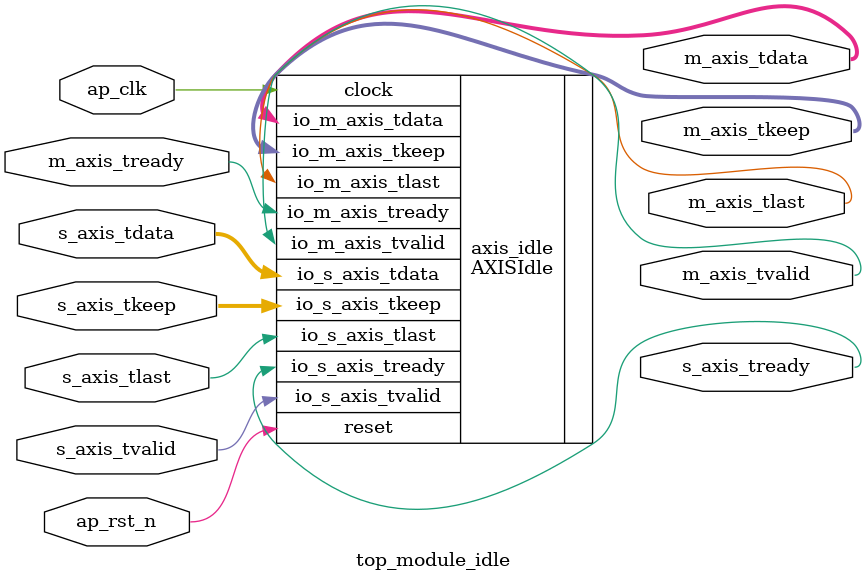
<source format=sv>
`timescale 1ps / 1ps

module top_module_idle (
    input           ap_clk,
    input           ap_rst_n,
    input           s_axis_tvalid,
    output          s_axis_tready,
    input [511:0]   s_axis_tdata,
    input [63:0]    s_axis_tkeep,
    input           s_axis_tlast,
    output          m_axis_tvalid,
    input           m_axis_tready,
    output [511:0]  m_axis_tdata,
    output [63:0]   m_axis_tkeep,
    output          m_axis_tlast
);
    AXISIdle axis_idle (
        .clock (ap_clk),
        .reset (ap_rst_n),
        .io_s_axis_tvalid (s_axis_tvalid),
        .io_s_axis_tdata (s_axis_tdata),
        .io_s_axis_tkeep (s_axis_tkeep),
        .io_s_axis_tlast (s_axis_tlast),
        .io_s_axis_tready(s_axis_tready),
        .io_m_axis_tready(m_axis_tready),
        .io_m_axis_tvalid(m_axis_tvalid),
        .io_m_axis_tkeep (m_axis_tkeep),
        .io_m_axis_tlast (m_axis_tlast),
        .io_m_axis_tdata (m_axis_tdata)
    );
endmodule
</source>
